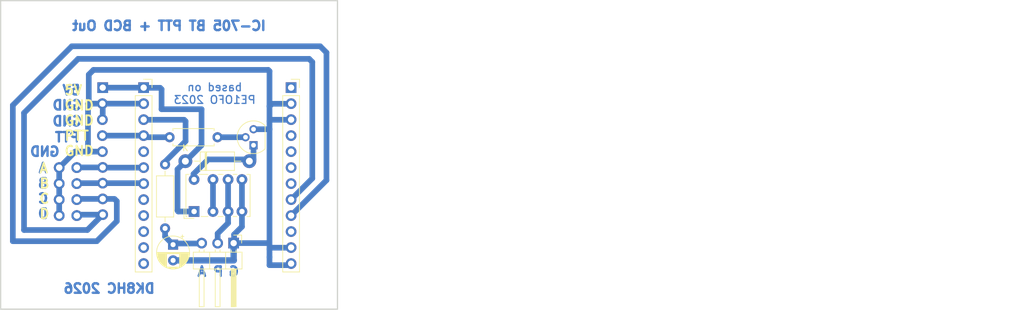
<source format=kicad_pcb>
(kicad_pcb (version 20241229) (generator "pcbnew") (generator_version "9.0")
  (layers (0 "F.Cu" signal) (2 "B.Cu" signal) (13 "F.Paste" user) (15 "B.Paste" user) (5 "F.SilkS" user "F.Silkscreen") (7 "B.SilkS" user "B.Silkscreen") (1 "F.Mask" user) (3 "B.Mask" user) (25 "Edge.Cuts" user))
  (net 0 "")
  (footprint "" (layer "F.Cu") (at 117.214 133.492)
    (property "Reference" "" (at 0 0 0) (layer "F.SilkS") (effects (font (size 1.27 1.27))))
    (property "Value" "")
    (pad "9" thru_hole oval (at 0 0) (size 1.7 1.7) (drill 1) (layers "*.Cu" "*.Mask"))
  )
  (footprint "" (layer "F.Cu") (at 117.162 118.402)
    (property "Reference" "" (at 0 0 0) (layer "F.SilkS") (effects (font (size 1.27 1.27))))
    (property "Value" "")
    (pad "3" thru_hole oval (at 0 0) (size 1.7 1.7) (drill 1) (layers "*.Cu" "*.Mask"))
  )
  (footprint "" (layer "F.Cu") (at 113.098 133.642)
    (property "Reference" "" (at 0 0 0) (layer "F.SilkS") (effects (font (size 1.27 1.27))))
    (property "Value" "")
    (pad "9" thru_hole oval (at 0 0) (size 1.7 1.7) (drill 1) (layers "*.Cu" "*.Mask"))
  )
  (footprint "" (layer "F.Cu") (at 117.214 125.992)
    (property "Reference" "" (at 0 0 0) (layer "F.SilkS") (effects (font (size 1.27 1.27))))
    (property "Value" "")
    (pad "6" thru_hole oval (at 0 0) (size 1.7 1.7) (drill 1) (layers "*.Cu" "*.Mask"))
  )
  (footprint "" (layer "F.Cu") (at 110.304 128.562)
    (property "Reference" "" (at 0 0 0) (layer "F.SilkS") (effects (font (size 1.27 1.27))))
    (property "Value" "")
    (pad "7" thru_hole oval (at 0 0) (size 1.7 1.7) (drill 1) (layers "*.Cu" "*.Mask"))
  )
  (footprint "MountingHole:MountingHole_2.7mm_M2.5_DIN965" (layer "F.Cu") (at 104 102.5)
    (property "Reference" "REF**" (hide yes))
    (property "Value" "MountingHole_2.7mm_M2.5_DIN965" (hide yes))
    (pad "" np_thru_hole circle (at 0 0) (size 2.7 2.7) (drill 2.7) (layers "*.Cu" "*.Mask"))
  )
  (footprint "" (layer "F.Cu") (at 110.304 133.642)
    (property "Reference" "" (at 0 0 0) (layer "F.SilkS") (effects (font (size 1.27 1.27))))
    (property "Value" "")
    (pad "9" thru_hole oval (at 0 0) (size 1.7 1.7) (drill 1) (layers "*.Cu" "*.Mask"))
  )
  (footprint "" (layer "F.Cu") (at 110.304 126.022)
    (property "Reference" "" (at 0 0 0) (layer "F.SilkS") (effects (font (size 1.27 1.27))))
    (property "Value" "")
    (pad "6" thru_hole oval (at 0 0) (size 1.7 1.7) (drill 1) (layers "*.Cu" "*.Mask"))
  )
  (footprint "Resistor_THT:R_Axial_DIN0207_L6.3mm_D2.5mm_P7.62mm_Horizontal" (layer "F.Cu") (at 127.83 121.196)
    (property "Reference" "1K" (hide yes))
    (property "Value" "R_Axial_DIN0207_L6.3mm_D2.5mm_P7.62mm_Horizontal" (hide yes))
    (fp_line (start 0.54 -1.37) (end 7.08 -1.37) (stroke (width 0.12)) (layer "F.SilkS"))
    (fp_line (start 0.54 -1.04) (end 0.54 -1.37) (stroke (width 0.12)) (layer "F.SilkS"))
    (fp_line (start 0.54 1.04) (end 0.54 1.37) (stroke (width 0.12)) (layer "F.SilkS"))
    (fp_line (start 0.54 1.37) (end 7.08 1.37) (stroke (width 0.12)) (layer "F.SilkS"))
    (fp_line (start 7.08 -1.37) (end 7.08 -1.04) (stroke (width 0.12)) (layer "F.SilkS"))
    (fp_line (start 7.08 1.37) (end 7.08 1.04) (stroke (width 0.12)) (layer "F.SilkS"))
    (pad "1" thru_hole circle (at 0 0) (size 1.6 1.6) (drill 0.8) (layers "*.Cu" "*.Mask"))
    (pad "2" thru_hole oval (at 7.62 0) (size 1.6 1.6) (drill 0.8) (layers "*.Cu" "*.Mask"))
  )
  (footprint "" (layer "F.Cu") (at 110.304 131.102)
    (property "Reference" "" (at 0 0 0) (layer "F.SilkS") (effects (font (size 1.27 1.27))))
    (property "Value" "")
    (pad "8" thru_hole oval (at 0 0) (size 1.7 1.7) (drill 1) (layers "*.Cu" "*.Mask"))
  )
  (footprint "MountingHole:MountingHole_2.7mm_M2.5_DIN965" (layer "F.Cu") (at 104 145.5)
    (property "Reference" "REF**" (hide yes))
    (property "Value" "MountingHole_2.7mm_M2.5_DIN965" (hide yes))
    (pad "" np_thru_hole circle (at 0 0) (size 2.7 2.7) (drill 2.7) (layers "*.Cu" "*.Mask"))
  )
  (footprint "" (layer "F.Cu") (at 117.214 130.992)
    (property "Reference" "" (at 0 0 0) (layer "F.SilkS") (effects (font (size 1.27 1.27))))
    (property "Value" "")
    (pad "8" thru_hole oval (at 0 0) (size 1.7 1.7) (drill 1) (layers "*.Cu" "*.Mask"))
  )
  (footprint "" (layer "F.Cu") (at 117.162 120.942)
    (property "Reference" "" (at 0 0 0) (layer "F.SilkS") (effects (font (size 1.27 1.27))))
    (property "Value" "")
    (pad "4" thru_hole oval (at 0 0) (size 1.7 1.7) (drill 1) (layers "*.Cu" "*.Mask"))
  )
  (footprint "Capacitor_THT:CP_Radial_D5.0mm_P2.50mm" (layer "F.Cu") (at 128.3888 138.254 -90)
    (property "Reference" "22uf" (hide yes))
    (property "Value" "CP_Radial_D5.0mm_P2.50mm" (hide yes))
    (fp_line (start 1.49 1.04) (end 1.49 2.569) (stroke (width 0.12)) (layer "F.SilkS"))
    (fp_line (start 1.53 1.04) (end 1.53 2.565) (stroke (width 0.12)) (layer "F.SilkS"))
    (fp_line (start 1.57 1.04) (end 1.57 2.561) (stroke (width 0.12)) (layer "F.SilkS"))
    (fp_line (start 1.61 1.04) (end 1.61 2.556) (stroke (width 0.12)) (layer "F.SilkS"))
    (fp_line (start 1.65 1.04) (end 1.65 2.55) (stroke (width 0.12)) (layer "F.SilkS"))
    (fp_line (start 1.69 1.04) (end 1.69 2.543) (stroke (width 0.12)) (layer "F.SilkS"))
    (fp_line (start 1.73 1.04) (end 1.73 2.536) (stroke (width 0.12)) (layer "F.SilkS"))
    (fp_line (start 1.77 1.04) (end 1.77 2.528) (stroke (width 0.12)) (layer "F.SilkS"))
    (fp_line (start 1.81 1.04) (end 1.81 2.52) (stroke (width 0.12)) (layer "F.SilkS"))
    (fp_line (start 1.85 1.04) (end 1.85 2.511) (stroke (width 0.12)) (layer "F.SilkS"))
    (fp_line (start 1.89 1.04) (end 1.89 2.501) (stroke (width 0.12)) (layer "F.SilkS"))
    (fp_line (start 1.93 1.04) (end 1.93 2.491) (stroke (width 0.12)) (layer "F.SilkS"))
    (fp_line (start 1.971 1.04) (end 1.971 2.48) (stroke (width 0.12)) (layer "F.SilkS"))
    (fp_line (start 2.011 1.04) (end 2.011 2.468) (stroke (width 0.12)) (layer "F.SilkS"))
    (fp_line (start 2.051 1.04) (end 2.051 2.455) (stroke (width 0.12)) (layer "F.SilkS"))
    (fp_line (start 2.091 1.04) (end 2.091 2.442) (stroke (width 0.12)) (layer "F.SilkS"))
    (fp_line (start 2.131 1.04) (end 2.131 2.428) (stroke (width 0.12)) (layer "F.SilkS"))
    (fp_line (start 2.171 1.04) (end 2.171 2.414) (stroke (width 0.12)) (layer "F.SilkS"))
    (fp_line (start 2.211 1.04) (end 2.211 2.398) (stroke (width 0.12)) (layer "F.SilkS"))
    (fp_line (start 2.251 1.04) (end 2.251 2.382) (stroke (width 0.12)) (layer "F.SilkS"))
    (fp_line (start 2.291 1.04) (end 2.291 2.365) (stroke (width 0.12)) (layer "F.SilkS"))
    (fp_line (start 2.331 1.04) (end 2.331 2.348) (stroke (width 0.12)) (layer "F.SilkS"))
    (fp_line (start 2.371 1.04) (end 2.371 2.329) (stroke (width 0.12)) (layer "F.SilkS"))
    (fp_line (start 2.411 1.04) (end 2.411 2.31) (stroke (width 0.12)) (layer "F.SilkS"))
    (fp_line (start 2.451 1.04) (end 2.451 2.29) (stroke (width 0.12)) (layer "F.SilkS"))
    (fp_line (start 2.491 1.04) (end 2.491 2.268) (stroke (width 0.12)) (layer "F.SilkS"))
    (fp_line (start 2.531 1.04) (end 2.531 2.247) (stroke (width 0.12)) (layer "F.SilkS"))
    (fp_line (start 2.571 1.04) (end 2.571 2.224) (stroke (width 0.12)) (layer "F.SilkS"))
    (fp_line (start 2.611 1.04) (end 2.611 2.2) (stroke (width 0.12)) (layer "F.SilkS"))
    (fp_line (start 2.651 1.04) (end 2.651 2.175) (stroke (width 0.12)) (layer "F.SilkS"))
    (fp_line (start 2.691 1.04) (end 2.691 2.149) (stroke (width 0.12)) (layer "F.SilkS"))
    (fp_line (start 2.731 1.04) (end 2.731 2.122) (stroke (width 0.12)) (layer "F.SilkS"))
    (fp_line (start 2.771 1.04) (end 2.771 2.095) (stroke (width 0.12)) (layer "F.SilkS"))
    (fp_line (start 2.811 1.04) (end 2.811 2.065) (stroke (width 0.12)) (layer "F.SilkS"))
    (fp_line (start 2.851 1.04) (end 2.851 2.035) (stroke (width 0.12)) (layer "F.SilkS"))
    (fp_line (start 2.891 1.04) (end 2.891 2.004) (stroke (width 0.12)) (layer "F.SilkS"))
    (fp_line (start 2.931 1.04) (end 2.931 1.971) (stroke (width 0.12)) (layer "F.SilkS"))
    (fp_line (start 2.971 1.04) (end 2.971 1.937) (stroke (width 0.12)) (layer "F.SilkS"))
    (fp_line (start 3.011 1.04) (end 3.011 1.901) (stroke (width 0.12)) (layer "F.SilkS"))
    (fp_line (start 3.051 1.04) (end 3.051 1.864) (stroke (width 0.12)) (layer "F.SilkS"))
    (fp_line (start 3.091 1.04) (end 3.091 1.826) (stroke (width 0.12)) (layer "F.SilkS"))
    (fp_line (start 3.131 1.04) (end 3.131 1.785) (stroke (width 0.12)) (layer "F.SilkS"))
    (fp_line (start 3.171 1.04) (end 3.171 1.743) (stroke (width 0.12)) (layer "F.SilkS"))
    (fp_line (start 3.211 1.04) (end 3.211 1.699) (stroke (width 0.12)) (layer "F.SilkS"))
    (fp_line (start 3.251 1.04) (end 3.251 1.653) (stroke (width 0.12)) (layer "F.SilkS"))
    (fp_line (start 3.291 1.04) (end 3.291 1.605) (stroke (width 0.12)) (layer "F.SilkS"))
    (fp_line (start 3.331 1.04) (end 3.331 1.554) (stroke (width 0.12)) (layer "F.SilkS"))
    (fp_line (start 3.371 1.04) (end 3.371 1.5) (stroke (width 0.12)) (layer "F.SilkS"))
    (fp_line (start 3.411 1.04) (end 3.411 1.443) (stroke (width 0.12)) (layer "F.SilkS"))
    (fp_line (start 3.451 1.04) (end 3.451 1.383) (stroke (width 0.12)) (layer "F.SilkS"))
    (fp_line (start 3.491 1.04) (end 3.491 1.319) (stroke (width 0.12)) (layer "F.SilkS"))
    (fp_line (start 3.531 1.04) (end 3.531 1.251) (stroke (width 0.12)) (layer "F.SilkS"))
    (fp_line (start 3.851 -0.284) (end 3.851 0.284) (stroke (width 0.12)) (layer "F.SilkS"))
    (fp_line (start 3.811 -0.518) (end 3.811 0.518) (stroke (width 0.12)) (layer "F.SilkS"))
    (fp_line (start 3.771 -0.677) (end 3.771 0.677) (stroke (width 0.12)) (layer "F.SilkS"))
    (fp_line (start 3.731 -0.805) (end 3.731 0.805) (stroke (width 0.12)) (layer "F.SilkS"))
    (fp_line (start 3.691 -0.915) (end 3.691 0.915) (stroke (width 0.12)) (layer "F.SilkS"))
    (fp_line (start 3.651 -1.011) (end 3.651 1.011) (stroke (width 0.12)) (layer "F.SilkS"))
    (fp_line (start 3.611 -1.098) (end 3.611 1.098) (stroke (width 0.12)) (layer "F.SilkS"))
    (fp_line (start 3.571 -1.178) (end 3.571 1.178) (stroke (width 0.12)) (layer "F.SilkS"))
    (fp_line (start 3.531 -1.251) (end 3.531 -1.04) (stroke (width 0.12)) (layer "F.SilkS"))
    (fp_line (start 3.491 -1.319) (end 3.491 -1.04) (stroke (width 0.12)) (layer "F.SilkS"))
    (fp_line (start 3.451 -1.383) (end 3.451 -1.04) (stroke (width 0.12)) (layer "F.SilkS"))
    (fp_line (start 3.411 -1.443) (end 3.411 -1.04) (stroke (width 0.12)) (layer "F.SilkS"))
    (fp_line (start -1.554775 -1.475) (end -1.054775 -1.475) (stroke (width 0.12)) (layer "F.SilkS"))
    (fp_line (start 3.371 -1.5) (end 3.371 -1.04) (stroke (width 0.12)) (layer "F.SilkS"))
    (fp_line (start 3.331 -1.554) (end 3.331 -1.04) (stroke (width 0.12)) (layer "F.SilkS"))
    (fp_line (start 3.291 -1.605) (end 3.291 -1.04) (stroke (width 0.12)) (layer "F.SilkS"))
    (fp_line (start 3.251 -1.653) (end 3.251 -1.04) (stroke (width 0.12)) (layer "F.SilkS"))
    (fp_line (start 3.211 -1.699) (end 3.211 -1.04) (stroke (width 0.12)) (layer "F.SilkS"))
    (fp_line (start -1.304775 -1.725) (end -1.304775 -1.225) (stroke (width 0.12)) (layer "F.SilkS"))
    (fp_line (start 3.171 -1.743) (end 3.171 -1.04) (stroke (width 0.12)) (layer "F.SilkS"))
    (fp_line (start 3.131 -1.785) (end 3.131 -1.04) (stroke (width 0.12)) (layer "F.SilkS"))
    (fp_line (start 3.091 -1.826) (end 3.091 -1.04) (stroke (width 0.12)) (layer "F.SilkS"))
    (fp_line (start 3.051 -1.864) (end 3.051 -1.04) (stroke (width 0.12)) (layer "F.SilkS"))
    (fp_line (start 3.011 -1.901) (end 3.011 -1.04) (stroke (width 0.12)) (layer "F.SilkS"))
    (fp_line (start 2.971 -1.937) (end 2.971 -1.04) (stroke (width 0.12)) (layer "F.SilkS"))
    (fp_line (start 2.931 -1.971) (end 2.931 -1.04) (stroke (width 0.12)) (layer "F.SilkS"))
    (fp_line (start 2.891 -2.004) (end 2.891 -1.04) (stroke (width 0.12)) (layer "F.SilkS"))
    (fp_line (start 2.851 -2.035) (end 2.851 -1.04) (stroke (width 0.12)) (layer "F.SilkS"))
    (fp_line (start 2.811 -2.065) (end 2.811 -1.04) (stroke (width 0.12)) (layer "F.SilkS"))
    (fp_line (start 2.771 -2.095) (end 2.771 -1.04) (stroke (width 0.12)) (layer "F.SilkS"))
    (fp_line (start 2.731 -2.122) (end 2.731 -1.04) (stroke (width 0.12)) (layer "F.SilkS"))
    (fp_line (start 2.691 -2.149) (end 2.691 -1.04) (stroke (width 0.12)) (layer "F.SilkS"))
    (fp_line (start 2.651 -2.175) (end 2.651 -1.04) (stroke (width 0.12)) (layer "F.SilkS"))
    (fp_line (start 2.611 -2.2) (end 2.611 -1.04) (stroke (width 0.12)) (layer "F.SilkS"))
    (fp_line (start 2.571 -2.224) (end 2.571 -1.04) (stroke (width 0.12)) (layer "F.SilkS"))
    (fp_line (start 2.531 -2.247) (end 2.531 -1.04) (stroke (width 0.12)) (layer "F.SilkS"))
    (fp_line (start 2.491 -2.268) (end 2.491 -1.04) (stroke (width 0.12)) (layer "F.SilkS"))
    (fp_line (start 2.451 -2.29) (end 2.451 -1.04) (stroke (width 0.12)) (layer "F.SilkS"))
    (fp_line (start 2.411 -2.31) (end 2.411 -1.04) (stroke (width 0.12)) (layer "F.SilkS"))
    (fp_line (start 2.371 -2.329) (end 2.371 -1.04) (stroke (width 0.12)) (layer "F.SilkS"))
    (fp_line (start 2.331 -2.348) (end 2.331 -1.04) (stroke (width 0.12)) (layer "F.SilkS"))
    (fp_line (start 2.291 -2.365) (end 2.291 -1.04) (stroke (width 0.12)) (layer "F.SilkS"))
    (fp_line (start 2.251 -2.382) (end 2.251 -1.04) (stroke (width 0.12)) (layer "F.SilkS"))
    (fp_line (start 2.211 -2.398) (end 2.211 -1.04) (stroke (width 0.12)) (layer "F.SilkS"))
    (fp_line (start 2.171 -2.414) (end 2.171 -1.04) (stroke (width 0.12)) (layer "F.SilkS"))
    (fp_line (start 2.131 -2.428) (end 2.131 -1.04) (stroke (width 0.12)) (layer "F.SilkS"))
    (fp_line (start 2.091 -2.442) (end 2.091 -1.04) (stroke (width 0.12)) (layer "F.SilkS"))
    (fp_line (start 2.051 -2.455) (end 2.051 -1.04) (stroke (width 0.12)) (layer "F.SilkS"))
    (fp_line (start 2.011 -2.468) (end 2.011 -1.04) (stroke (width 0.12)) (layer "F.SilkS"))
    (fp_line (start 1.971 -2.48) (end 1.971 -1.04) (stroke (width 0.12)) (layer "F.SilkS"))
    (fp_line (start 1.93 -2.491) (end 1.93 -1.04) (stroke (width 0.12)) (layer "F.SilkS"))
    (fp_line (start 1.89 -2.501) (end 1.89 -1.04) (stroke (width 0.12)) (layer "F.SilkS"))
    (fp_line (start 1.85 -2.511) (end 1.85 -1.04) (stroke (width 0.12)) (layer "F.SilkS"))
    (fp_line (start 1.81 -2.52) (end 1.81 -1.04) (stroke (width 0.12)) (layer "F.SilkS"))
    (fp_line (start 1.77 -2.528) (end 1.77 -1.04) (stroke (width 0.12)) (layer "F.SilkS"))
    (fp_line (start 1.73 -2.536) (end 1.73 -1.04) (stroke (width 0.12)) (layer "F.SilkS"))
    (fp_line (start 1.69 -2.543) (end 1.69 -1.04) (stroke (width 0.12)) (layer "F.SilkS"))
    (fp_line (start 1.65 -2.55) (end 1.65 -1.04) (stroke (width 0.12)) (layer "F.SilkS"))
    (fp_line (start 1.61 -2.556) (end 1.61 -1.04) (stroke (width 0.12)) (layer "F.SilkS"))
    (fp_line (start 1.57 -2.561) (end 1.57 -1.04) (stroke (width 0.12)) (layer "F.SilkS"))
    (fp_line (start 1.53 -2.565) (end 1.53 -1.04) (stroke (width 0.12)) (layer "F.SilkS"))
    (fp_line (start 1.49 -2.569) (end 1.49 -1.04) (stroke (width 0.12)) (layer "F.SilkS"))
    (fp_line (start 1.45 -2.573) (end 1.45 2.573) (stroke (width 0.12)) (layer "F.SilkS"))
    (fp_line (start 1.41 -2.576) (end 1.41 2.576) (stroke (width 0.12)) (layer "F.SilkS"))
    (fp_line (start 1.37 -2.578) (end 1.37 2.578) (stroke (width 0.12)) (layer "F.SilkS"))
    (fp_line (start 1.33 -2.579) (end 1.33 2.579) (stroke (width 0.12)) (layer "F.SilkS"))
    (fp_line (start 1.25 -2.58) (end 1.25 2.58) (stroke (width 0.12)) (layer "F.SilkS"))
    (fp_line (start 1.29 -2.58) (end 1.29 2.58) (stroke (width 0.12)) (layer "F.SilkS"))
    (fp_circle (center 1.25 0) (end 3.87 0) (stroke (width 0.12)) (fill no) (layer "F.SilkS"))
    (pad "1" thru_hole rect (at 0 0 270) (size 1.6 1.6) (drill 0.8) (layers "*.Cu" "*.Mask"))
    (pad "2" thru_hole circle (at 2.5 0 270) (size 1.6 1.6) (drill 0.8) (layers "*.Cu" "*.Mask"))
  )
  (footprint "Resistor_THT:R_Axial_DIN0207_L6.3mm_D2.5mm_P10.16mm_Horizontal" (layer "F.Cu") (at 127.1188 125.514 -90)
    (property "Reference" "4k7" (hide yes))
    (property "Value" "R_Axial_DIN0207_L6.3mm_D2.5mm_P10.16mm_Horizontal" (hide yes))
    (fp_line (start 1.81 1.37) (end 8.35 1.37) (stroke (width 0.12)) (layer "F.SilkS"))
    (fp_line (start 8.35 1.37) (end 8.35 -1.37) (stroke (width 0.12)) (layer "F.SilkS"))
    (fp_line (start 1.04 0) (end 1.81 0) (stroke (width 0.12)) (layer "F.SilkS"))
    (fp_line (start 9.12 0) (end 8.35 0) (stroke (width 0.12)) (layer "F.SilkS"))
    (fp_line (start 1.81 -1.37) (end 1.81 1.37) (stroke (width 0.12)) (layer "F.SilkS"))
    (fp_line (start 8.35 -1.37) (end 1.81 -1.37) (stroke (width 0.12)) (layer "F.SilkS"))
    (pad "1" thru_hole circle (at 0 0 270) (size 1.6 1.6) (drill 0.8) (layers "*.Cu" "*.Mask"))
    (pad "2" thru_hole oval (at 10.16 0 270) (size 1.6 1.6) (drill 0.8) (layers "*.Cu" "*.Mask"))
  )
  (footprint "Diode_THT:D_DO-41_SOD81_P10.16mm_Horizontal" (layer "F.Cu") (at 130.34 125)
    (property "Reference" "1N4007" (hide yes))
    (property "Value" "1N4007" (hide yes))
    (fp_line (start 1.34 0) (end 2.36 0) (stroke (width 0.12)) (layer "F.SilkS"))
    (fp_line (start 2.36 -1.47) (end 2.36 1.47) (stroke (width 0.12)) (layer "F.SilkS"))
    (fp_line (start 2.36 1.47) (end 7.8 1.47) (stroke (width 0.12)) (layer "F.SilkS"))
    (fp_line (start 3.14 -1.47) (end 3.14 1.47) (stroke (width 0.12)) (layer "F.SilkS"))
    (fp_line (start 3.26 -1.47) (end 3.26 1.47) (stroke (width 0.12)) (layer "F.SilkS"))
    (fp_line (start 3.38 -1.47) (end 3.38 1.47) (stroke (width 0.12)) (layer "F.SilkS"))
    (fp_line (start 7.8 -1.47) (end 2.36 -1.47) (stroke (width 0.12)) (layer "F.SilkS"))
    (fp_line (start 7.8 1.47) (end 7.8 -1.47) (stroke (width 0.12)) (layer "F.SilkS"))
    (fp_line (start 8.82 0) (end 7.8 0) (stroke (width 0.12)) (layer "F.SilkS"))
    (fp_text user "K" (at 0 -2.1 0) (layer "F.SilkS"))
    (pad "1" thru_hole circle (at 0 0) (size 2.2 2.2) (drill 1.1) (layers "*.Cu" "*.Mask"))
    (pad "2" thru_hole oval (at 10.16 0) (size 2.2 2.2) (drill 1.1) (layers "*.Cu" "*.Mask"))
  )
  (footprint "MountingHole:MountingHole_2.7mm_M2.5_DIN965" (layer "F.Cu") (at 151.5 102.5)
    (property "Reference" "REF**" (hide yes))
    (property "Value" "MountingHole_2.7mm_M2.5_DIN965" (hide yes))
    (pad "" np_thru_hole circle (at 0 0) (size 2.7 2.7) (drill 2.7) (layers "*.Cu" "*.Mask"))
  )
  (footprint "" (layer "F.Cu") (at 110.304 126.022)
    (property "Reference" "" (at 0 0 0) (layer "F.SilkS") (effects (font (size 1.27 1.27))))
    (property "Value" "")
    (pad "6" thru_hole oval (at 0 0) (size 1.7 1.7) (drill 1) (layers "*.Cu" "*.Mask"))
  )
  (footprint "" (layer "F.Cu") (at 113.098 126.022)
    (property "Reference" "" (at 0 0 0) (layer "F.SilkS") (effects (font (size 1.27 1.27))))
    (property "Value" "")
    (pad "6" thru_hole oval (at 0 0) (size 1.7 1.7) (drill 1) (layers "*.Cu" "*.Mask"))
  )
  (footprint "" (layer "F.Cu") (at 113.098 128.562)
    (property "Reference" "" (at 0 0 0) (layer "F.SilkS") (effects (font (size 1.27 1.27))))
    (property "Value" "")
    (pad "7" thru_hole oval (at 0 0) (size 1.7 1.7) (drill 1) (layers "*.Cu" "*.Mask"))
  )
  (footprint "" (layer "F.Cu") (at 113.098 131.102)
    (property "Reference" "" (at 0 0 0) (layer "F.SilkS") (effects (font (size 1.27 1.27))))
    (property "Value" "")
    (pad "8" thru_hole oval (at 0 0) (size 1.7 1.7) (drill 1) (layers "*.Cu" "*.Mask"))
  )
  (footprint "Relay_THT:Relay_DPDT_Omron_G6K-2P-Y" (layer "F.Cu") (at 131.7264 132.9918 90)
    (property "Reference" "HFD4/5" (hide yes))
    (property "Value" "Relay_DPDT_Omron_G6K-2P-Y" (hide yes))
    (fp_line (start -1.1 -1.6) (end 0.5 -1.6) (stroke (width 0.12)) (layer "F.SilkS"))
    (fp_line (start 5.9 -1.3) (end 5.9 -0.8) (stroke (width 0.12)) (layer "F.SilkS"))
    (fp_line (start -0.8 -1.3) (end 5.9 -1.3) (stroke (width 0.12)) (layer "F.SilkS"))
    (fp_line (start -0.8 -1.3) (end -0.8 -1.1) (stroke (width 0.12)) (layer "F.SilkS"))
    (fp_line (start -1.1 0) (end -1.1 -1.6) (stroke (width 0.12)) (layer "F.SilkS"))
    (fp_line (start 5.9 0.8) (end 5.9 2.2) (stroke (width 0.12)) (layer "F.SilkS"))
    (fp_line (start -0.8 2.2) (end -0.8 1.1) (stroke (width 0.12)) (layer "F.SilkS"))
    (fp_line (start 5.9 3.8) (end 5.9 4.6) (stroke (width 0.12)) (layer "F.SilkS"))
    (fp_line (start -0.8 4.6) (end -0.8 3.8) (stroke (width 0.12)) (layer "F.SilkS"))
    (fp_line (start 5.9 6.2) (end 5.9 6.8) (stroke (width 0.12)) (layer "F.SilkS"))
    (fp_line (start -0.8 6.8) (end -0.8 6.2) (stroke (width 0.12)) (layer "F.SilkS"))
    (fp_line (start 5.9 8.4) (end 5.9 8.9) (stroke (width 0.12)) (layer "F.SilkS"))
    (fp_line (start 5.9 8.9) (end -0.8 8.9) (stroke (width 0.12)) (layer "F.SilkS"))
    (fp_line (start -0.8 8.9) (end -0.8 8.4) (stroke (width 0.12)) (layer "F.SilkS"))
    (pad "1" thru_hole rect (at 0 0 90) (size 1.7 1.7) (drill 0.85) (layers "*.Cu" "*.Mask"))
    (pad "2" thru_hole circle (at 0 3 90) (size 1.7 1.7) (drill 0.85) (layers "*.Cu" "*.Mask"))
    (pad "3" thru_hole circle (at 0 5.4 90) (size 1.7 1.7) (drill 0.85) (layers "*.Cu" "*.Mask"))
    (pad "4" thru_hole circle (at 0 7.6 90) (size 1.7 1.7) (drill 0.85) (layers "*.Cu" "*.Mask"))
    (pad "5" thru_hole circle (at 5.08 7.6 90) (size 1.7 1.7) (drill 0.85) (layers "*.Cu" "*.Mask"))
    (pad "6" thru_hole circle (at 5.08 5.4 90) (size 1.7 1.7) (drill 0.85) (layers "*.Cu" "*.Mask"))
    (pad "7" thru_hole circle (at 5.08 3 90) (size 1.7 1.7) (drill 0.85) (layers "*.Cu" "*.Mask"))
    (pad "8" thru_hole circle (at 5.08 0 90) (size 1.7 1.7) (drill 0.85) (layers "*.Cu" "*.Mask"))
  )
  (footprint "Connector_PinSocket_2.54mm:PinSocket_1x12_P2.54mm_Vertical" (layer "F.Cu") (at 147.134 113.322)
    (property "Reference" "REF**" (hide yes))
    (property "Value" "PinSocket_1x12_P2.54mm_Vertical" (hide yes))
    (fp_line (start -1.33 1.27) (end -1.33 29.27) (stroke (width 0.12)) (layer "F.SilkS"))
    (fp_line (start -1.33 1.27) (end 1.33 1.27) (stroke (width 0.12)) (layer "F.SilkS"))
    (fp_line (start -1.33 29.27) (end 1.33 29.27) (stroke (width 0.12)) (layer "F.SilkS"))
    (fp_line (start 0 -1.33) (end 1.33 -1.33) (stroke (width 0.12)) (layer "F.SilkS"))
    (fp_line (start 1.33 -1.33) (end 1.33 0) (stroke (width 0.12)) (layer "F.SilkS"))
    (fp_line (start 1.33 1.27) (end 1.33 29.27) (stroke (width 0.12)) (layer "F.SilkS"))
    (pad "1" thru_hole rect (at 0 0) (size 1.7 1.7) (drill 1) (layers "*.Cu" "*.Mask"))
    (pad "2" thru_hole oval (at 0 2.54) (size 1.7 1.7) (drill 1) (layers "*.Cu" "*.Mask"))
    (pad "3" thru_hole oval (at 0 5.08) (size 1.7 1.7) (drill 1) (layers "*.Cu" "*.Mask"))
    (pad "4" thru_hole oval (at 0 7.62) (size 1.7 1.7) (drill 1) (layers "*.Cu" "*.Mask"))
    (pad "5" thru_hole oval (at 0 10.16) (size 1.7 1.7) (drill 1) (layers "*.Cu" "*.Mask"))
    (pad "6" thru_hole oval (at 0 12.7) (size 1.7 1.7) (drill 1) (layers "*.Cu" "*.Mask"))
    (pad "7" thru_hole oval (at 0 15.24) (size 1.7 1.7) (drill 1) (layers "*.Cu" "*.Mask"))
    (pad "8" thru_hole oval (at 0 17.78) (size 1.7 1.7) (drill 1) (layers "*.Cu" "*.Mask"))
    (pad "9" thru_hole oval (at 0 20.32) (size 1.7 1.7) (drill 1) (layers "*.Cu" "*.Mask"))
    (pad "10" thru_hole oval (at 0 22.86) (size 1.7 1.7) (drill 1) (layers "*.Cu" "*.Mask"))
    (pad "11" thru_hole oval (at 0 25.4) (size 1.7 1.7) (drill 1) (layers "*.Cu" "*.Mask"))
    (pad "12" thru_hole oval (at 0 27.94) (size 1.7 1.7) (drill 1) (layers "*.Cu" "*.Mask"))
  )
  (footprint "" (layer "F.Cu") (at 110.304 133.642)
    (property "Reference" "" (at 0 0 0) (layer "F.SilkS") (effects (font (size 1.27 1.27))))
    (property "Value" "")
    (pad "9" thru_hole oval (at 0 0) (size 1.7 1.7) (drill 1) (layers "*.Cu" "*.Mask"))
  )
  (footprint "" (layer "F.Cu") (at 117.214 128.492)
    (property "Reference" "" (at 0 0 0) (layer "F.SilkS") (effects (font (size 1.27 1.27))))
    (property "Value" "")
    (pad "7" thru_hole oval (at 0 0) (size 1.7 1.7) (drill 1) (layers "*.Cu" "*.Mask"))
  )
  (footprint "" (layer "F.Cu") (at 113.098 131.102)
    (property "Reference" "" (at 0 0 0) (layer "F.SilkS") (effects (font (size 1.27 1.27))))
    (property "Value" "")
    (pad "8" thru_hole oval (at 0 0) (size 1.7 1.7) (drill 1) (layers "*.Cu" "*.Mask"))
  )
  (footprint "" (layer "F.Cu") (at 110.304 131.102)
    (property "Reference" "" (at 0 0 0) (layer "F.SilkS") (effects (font (size 1.27 1.27))))
    (property "Value" "")
    (pad "8" thru_hole oval (at 0 0) (size 1.7 1.7) (drill 1) (layers "*.Cu" "*.Mask"))
  )
  (footprint "" (layer "F.Cu") (at 110.304 128.562)
    (property "Reference" "" (at 0 0 0) (layer "F.SilkS") (effects (font (size 1.27 1.27))))
    (property "Value" "")
    (pad "7" thru_hole oval (at 0 0) (size 1.7 1.7) (drill 1) (layers "*.Cu" "*.Mask"))
  )
  (footprint "Package_TO_SOT_THT:TO-92" (layer "F.Cu") (at 141.165 122.466 90)
    (property "Reference" "BC547" (hide yes))
    (property "Value" "TO-92" (hide yes))
    (fp_line (start -0.53 1.85) (end 3.07 1.85) (stroke (width 0.12)) (layer "F.SilkS"))
    (fp_arc (start 1.27 -2.6) (mid 3.672087 -0.994977) (end 3.108478 1.838478) (stroke (width 0.12)) (layer "F.SilkS"))
    (fp_arc (start -0.568478 1.838478) (mid -1.132087 -0.994977) (end 1.27 -2.6) (stroke (width 0.12)) (layer "F.SilkS"))
    (pad "1" thru_hole rect (at 0 0 90) (size 1.3 1.3) (drill 0.75) (layers "*.Cu" "*.Mask"))
    (pad "2" thru_hole circle (at 1.27 -1.27 90) (size 1.3 1.3) (drill 0.75) (layers "*.Cu" "*.Mask"))
    (pad "3" thru_hole circle (at 2.54 0 90) (size 1.3 1.3) (drill 0.75) (layers "*.Cu" "*.Mask"))
  )
  (footprint "Connector_PinHeader_2.54mm:PinHeader_1x03_P2.54mm_Horizontal" (layer "F.Cu") (at 138.0106 138.0148 -90)
    (property "Reference" "REF**" (hide yes))
    (property "Value" "PinHeader_1x03_P2.54mm_Horizontal" (hide yes))
    (fp_line (start 1.44 6.41) (end 4.1 6.41) (stroke (width 0.12)) (layer "F.SilkS"))
    (fp_line (start 4.1 6.41) (end 4.1 -1.33) (stroke (width 0.12)) (layer "F.SilkS"))
    (fp_line (start 1.042929 5.46) (end 1.44 5.46) (stroke (width 0.12)) (layer "F.SilkS"))
    (fp_line (start 10.1 5.46) (end 4.1 5.46) (stroke (width 0.12)) (layer "F.SilkS"))
    (fp_line (start 1.042929 4.7) (end 1.44 4.7) (stroke (width 0.12)) (layer "F.SilkS"))
    (fp_line (start 4.1 4.7) (end 10.1 4.7) (stroke (width 0.12)) (layer "F.SilkS"))
    (fp_line (start 10.1 4.7) (end 10.1 5.46) (stroke (width 0.12)) (layer "F.SilkS"))
    (fp_line (start 1.44 3.81) (end 4.1 3.81) (stroke (width 0.12)) (layer "F.SilkS"))
    (fp_line (start 1.042929 2.92) (end 1.44 2.92) (stroke (width 0.12)) (layer "F.SilkS"))
    (fp_line (start 10.1 2.92) (end 4.1 2.92) (stroke (width 0.12)) (layer "F.SilkS"))
    (fp_line (start 1.042929 2.16) (end 1.44 2.16) (stroke (width 0.12)) (layer "F.SilkS"))
    (fp_line (start 4.1 2.16) (end 10.1 2.16) (stroke (width 0.12)) (layer "F.SilkS"))
    (fp_line (start 10.1 2.16) (end 10.1 2.92) (stroke (width 0.12)) (layer "F.SilkS"))
    (fp_line (start 1.44 1.27) (end 4.1 1.27) (stroke (width 0.12)) (layer "F.SilkS"))
    (fp_line (start 1.11 0.38) (end 1.44 0.38) (stroke (width 0.12)) (layer "F.SilkS"))
    (fp_line (start 10.1 0.38) (end 4.1 0.38) (stroke (width 0.12)) (layer "F.SilkS"))
    (fp_line (start 4.1 0.28) (end 10.1 0.28) (stroke (width 0.12)) (layer "F.SilkS"))
    (fp_line (start 4.1 0.16) (end 10.1 0.16) (stroke (width 0.12)) (layer "F.SilkS"))
    (fp_line (start 4.1 0.04) (end 10.1 0.04) (stroke (width 0.12)) (layer "F.SilkS"))
    (fp_line (start -1.27 0) (end -1.27 -1.27) (stroke (width 0.12)) (layer "F.SilkS"))
    (fp_line (start 4.1 -0.08) (end 10.1 -0.08) (stroke (width 0.12)) (layer "F.SilkS"))
    (fp_line (start 4.1 -0.2) (end 10.1 -0.2) (stroke (width 0.12)) (layer "F.SilkS"))
    (fp_line (start 4.1 -0.32) (end 10.1 -0.32) (stroke (width 0.12)) (layer "F.SilkS"))
    (fp_line (start 1.11 -0.38) (end 1.44 -0.38) (stroke (width 0.12)) (layer "F.SilkS"))
    (fp_line (start 4.1 -0.38) (end 10.1 -0.38) (stroke (width 0.12)) (layer "F.SilkS"))
    (fp_line (start 10.1 -0.38) (end 10.1 0.38) (stroke (width 0.12)) (layer "F.SilkS"))
    (fp_line (start -1.27 -1.27) (end 0 -1.27) (stroke (width 0.12)) (layer "F.SilkS"))
    (fp_line (start 1.44 -1.33) (end 1.44 6.41) (stroke (width 0.12)) (layer "F.SilkS"))
    (fp_line (start 4.1 -1.33) (end 1.44 -1.33) (stroke (width 0.12)) (layer "F.SilkS"))
    (pad "1" thru_hole rect (at 0 0 270) (size 1.7 1.7) (drill 1) (layers "*.Cu" "*.Mask"))
    (pad "2" thru_hole oval (at 0 2.54 270) (size 1.7 1.7) (drill 1) (layers "*.Cu" "*.Mask"))
    (pad "3" thru_hole oval (at 0 5.08 270) (size 1.7 1.7) (drill 1) (layers "*.Cu" "*.Mask"))
  )
  (footprint "MountingHole:MountingHole_2.7mm_M2.5_DIN965" (layer "F.Cu") (at 151.5 145.5)
    (property "Reference" "REF**" (hide yes))
    (property "Value" "MountingHole_2.7mm_M2.5_DIN965" (hide yes))
    (pad "" np_thru_hole circle (at 0 0) (size 2.7 2.7) (drill 2.7) (layers "*.Cu" "*.Mask"))
  )
  (footprint "" (layer "F.Cu") (at 113.098 128.562)
    (property "Reference" "" (at 0 0 0) (layer "F.SilkS") (effects (font (size 1.27 1.27))))
    (property "Value" "")
    (pad "7" thru_hole oval (at 0 0) (size 1.7 1.7) (drill 1) (layers "*.Cu" "*.Mask"))
  )
  (footprint "" (layer "F.Cu") (at 117.162 123.482)
    (property "Reference" "" (at 0 0 0) (layer "F.SilkS") (effects (font (size 1.27 1.27))))
    (property "Value" "")
    (pad "5" thru_hole oval (at 0 0) (size 1.7 1.7) (drill 1) (layers "*.Cu" "*.Mask"))
  )
  (footprint "" (layer "F.Cu") (at 113.098 126.022)
    (property "Reference" "" (at 0 0 0) (layer "F.SilkS") (effects (font (size 1.27 1.27))))
    (property "Value" "")
    (pad "6" thru_hole oval (at 0 0) (size 1.7 1.7) (drill 1) (layers "*.Cu" "*.Mask"))
  )
  (footprint "" (layer "F.Cu") (at 117.214 113.322)
    (property "Reference" "" (at 0 0 0) (layer "F.SilkS") (effects (font (size 1.27 1.27))))
    (property "Value" "")
    (pad "1" thru_hole rect (at 0 0) (size 1.7 1.7) (drill 1) (layers "*.Cu" "*.Mask"))
  )
  (footprint "" (layer "F.Cu") (at 117.162 115.862)
    (property "Reference" "" (at 0 0 0) (layer "F.SilkS") (effects (font (size 1.27 1.27))))
    (property "Value" "")
    (pad "2" thru_hole oval (at 0 0) (size 1.7 1.7) (drill 1) (layers "*.Cu" "*.Mask"))
  )
  (footprint "" (layer "F.Cu") (at 113.098 133.642)
    (property "Reference" "" (at 0 0 0) (layer "F.SilkS") (effects (font (size 1.27 1.27))))
    (property "Value" "")
    (pad "9" thru_hole oval (at 0 0) (size 1.7 1.7) (drill 1) (layers "*.Cu" "*.Mask"))
  )
  (footprint "Connector_PinSocket_2.54mm:PinSocket_1x12_P2.54mm_Vertical" (layer "F.Cu") (at 123.7152 113.322)
    (property "Reference" "REF**" (hide yes))
    (property "Value" "PinSocket_1x12_P2.54mm_Vertical" (hide yes))
    (fp_line (start -1.33 1.27) (end -1.33 29.27) (stroke (width 0.12)) (layer "F.SilkS"))
    (fp_line (start -1.33 1.27) (end 1.33 1.27) (stroke (width 0.12)) (layer "F.SilkS"))
    (fp_line (start -1.33 29.27) (end 1.33 29.27) (stroke (width 0.12)) (layer "F.SilkS"))
    (fp_line (start 0 -1.33) (end 1.33 -1.33) (stroke (width 0.12)) (layer "F.SilkS"))
    (fp_line (start 1.33 -1.33) (end 1.33 0) (stroke (width 0.12)) (layer "F.SilkS"))
    (fp_line (start 1.33 1.27) (end 1.33 29.27) (stroke (width 0.12)) (layer "F.SilkS"))
    (pad "1" thru_hole rect (at 0 0) (size 1.7 1.7) (drill 1) (layers "*.Cu" "*.Mask"))
    (pad "2" thru_hole oval (at 0 2.54) (size 1.7 1.7) (drill 1) (layers "*.Cu" "*.Mask"))
    (pad "3" thru_hole oval (at 0 5.08) (size 1.7 1.7) (drill 1) (layers "*.Cu" "*.Mask"))
    (pad "4" thru_hole oval (at 0 7.62) (size 1.7 1.7) (drill 1) (layers "*.Cu" "*.Mask"))
    (pad "5" thru_hole oval (at 0 10.16) (size 1.7 1.7) (drill 1) (layers "*.Cu" "*.Mask"))
    (pad "6" thru_hole oval (at 0 12.7) (size 1.7 1.7) (drill 1) (layers "*.Cu" "*.Mask"))
    (pad "7" thru_hole oval (at 0 15.24) (size 1.7 1.7) (drill 1) (layers "*.Cu" "*.Mask"))
    (pad "8" thru_hole oval (at 0 17.78) (size 1.7 1.7) (drill 1) (layers "*.Cu" "*.Mask"))
    (pad "9" thru_hole oval (at 0 20.32) (size 1.7 1.7) (drill 1) (layers "*.Cu" "*.Mask"))
    (pad "10" thru_hole oval (at 0 22.86) (size 1.7 1.7) (drill 1) (layers "*.Cu" "*.Mask"))
    (pad "11" thru_hole oval (at 0 25.4) (size 1.7 1.7) (drill 1) (layers "*.Cu" "*.Mask"))
    (pad "12" thru_hole oval (at 0 27.94) (size 1.7 1.7) (drill 1) (layers "*.Cu" "*.Mask"))
  )
  (gr_rect (start 263.460112 99.695) (end 263.460112 99.695) (stroke (width 0.2)) (fill no) (layer "F.Cu"))
  (gr_rect (start 263.460112 99.695) (end 263.460112 99.695) (stroke (width 0.2)) (fill no) (layer "F.Cu"))
  (gr_rect (start 101 99.5) (end 154.5 148.5) (stroke (width 0.2)) (fill no) (layer "Edge.Cuts"))
  (gr_text "based on\nPE1OFO 2023" (at 135 114.25 0) (layer "B.Cu") (effects (font (size 1.25 1.25) (thickness 0.2)) (justify mirror)))
  (gr_text "GND\n" (at 111.574 118.656 0) (layer "B.Cu") (effects (font (size 1.5 1.5) (thickness 0.375)) (justify mirror)))
  (gr_text "DK8HC 2026" (at 118.237 145.222 0) (layer "B.Cu") (effects (font (size 1.5 1.5) (thickness 0.375)) (justify mirror)))
  (gr_text "A\nB\nC\nD" (at 107.737 129.722 0) (layer "B.Cu") (effects (font (size 1.5 1.5) (thickness 0.375)) (justify mirror)))
  (gr_text "G" (at 138.0408 142.532 0) (layer "B.Cu") (effects (font (size 1.5 1.5) (thickness 0.375)) (justify mirror)))
  (gr_text "GND\n" (at 111.574 116.116 0) (layer "B.Cu") (effects (font (size 1.5 1.5) (thickness 0.375)) (justify mirror)))
  (gr_text "GND\n" (at 108.018 123.482 0) (layer "B.Cu") (effects (font (size 1.5 1.5) (thickness 0.375)) (justify mirror)))
  (gr_text "P" (at 135.55305 142.532 0) (layer "B.Cu") (effects (font (size 1.5 1.5) (thickness 0.375)) (justify mirror)))
  (gr_text "5V" (at 112.237 113.722 0) (layer "B.Cu") (effects (font (size 1.5 1.5) (thickness 0.375)) (justify mirror)))
  (gr_text "PTT" (at 111.574 121.196 0) (layer "B.Cu") (effects (font (size 1.5 1.5) (thickness 0.375)) (justify mirror)))
  (gr_text "A" (at 132.9608 142.532 0) (layer "B.Cu") (effects (font (size 1.5 1.5) (thickness 0.375)) (justify mirror)))
  (gr_text "IC-705 BT PTT + BCD Out" (at 127.75 103.5 0) (layer "B.Cu") (effects (font (size 1.5 1.5) (thickness 0.375)) (justify mirror)))
  (gr_text "A\nB\nC\nD" (at 107 134.25 0) (layer "F.SilkS") (effects (font (size 1.5 1.5) (thickness 0.3) (bold yes)) (justify left bottom)))
  (gr_text "5V\nGND\nGND\nPTT\nGND" (at 111 124.25 0) (layer "F.SilkS") (effects (font (size 1.5 1.5) (thickness 0.3) (bold yes)) (justify left bottom)))
  (segment (start 117.384 113.322) (end 117.214 113.492) (width 0.2) (layer "F.Cu") (net 0))
  (segment (start 117.344 115.862) (end 117.214 115.992) (width 0.2) (layer "F.Cu") (net 0))
  (segment (start 127.1188 125.0822) (end 127.1188 125.514) (width 0.9) (layer "F.Cu") (net 0))
  (segment (start 113.248 133.492) (end 113.098 133.642) (width 0.9) (layer "F.Cu") (net 0))
  (segment (start 113.208 130.992) (end 113.098 131.102) (width 0.9) (layer "F.Cu") (net 0))
  (segment (start 113.128 125.992) (end 113.098 126.022) (width 0.2) (layer "F.Cu") (net 0))
  (segment (start 146.902 138.976) (end 147.134 138.744) (width 0.25) (layer "F.Cu") (net 0))
  (segment (start 123.998 121.196) (end 123.766 120.964) (width 0.25) (layer "F.Cu") (net 0))
  (segment (start 128.3888 138.254) (end 128.571 138.0718) (width 0.9) (layer "F.Cu") (net 0))
  (segment (start 147.134 131.124) (end 147.388 131.378) (width 1) (layer "F.Cu") (net 0))
  (segment (start 146.902 141.516) (end 147.134 141.284) (width 0.6) (layer "F.Cu") (net 0))
  (segment (start 117.214 118.35) (end 117.162 118.402) (width 0.2) (layer "F.Cu") (net 0))
  (segment (start 134.7264 132.9918) (end 134.714 133.0042) (width 0.9) (layer "F.Cu") (net 0))
  (segment (start 147.007 130.997) (end 147.134 131.124) (width 1) (layer "F.Cu") (net 0))
  (segment (start 117.244 126.022) (end 117.214 125.992) (width 0.2) (layer "F.Cu") (net 0))
  (segment (start 147.388 131.378) (end 147.642 131.124) (width 0.2) (layer "F.Cu") (net 0))
  (segment (start 113.168 128.492) (end 113.098 128.562) (width 0.9) (layer "F.Cu") (net 0))
  (segment (start 147.134 138.744) (end 147.261 138.617) (width 0.25) (layer "F.Cu") (net 0))
  (segment (start 114.876 123.482) (end 117.162 123.482) (width 0.9) (layer "B.Cu") (net 0))
  (segment (start 129.2524 132.9816) (end 129.1 132.8292) (width 0.9) (layer "B.Cu") (net 0))
  (segment (start 144.103 115.879) (end 143.705 116.277) (width 0.9) (layer "B.Cu") (net 0))
  (segment (start 117.214 130.992) (end 113.208 130.992) (width 0.9) (layer "B.Cu") (net 0))
  (segment (start 143.705 116.277) (end 143.705 118.656) (width 0.9) (layer "B.Cu") (net 0))
  (segment (start 119.448 131.356) (end 119.194 131.102) (width 0.9) (layer "B.Cu") (net 0))
  (segment (start 143.5 110.5) (end 115.75 110.5) (width 0.9) (layer "B.Cu") (net 0))
  (segment (start 141.165 124.722) (end 133.956 124.722) (width 0.9) (layer "B.Cu") (net 0))
  (segment (start 113.304986 108.75) (end 104.716 117.338986) (width 0.9) (layer "B.Cu") (net 0))
  (segment (start 123.7152 126.022) (end 117.244 126.022) (width 0.9) (layer "B.Cu") (net 0))
  (segment (start 117.162 115.862) (end 114.876 115.862) (width 0.9) (layer "B.Cu") (net 0))
  (segment (start 116.273 137.706) (end 119.448 134.531) (width 0.9) (layer "B.Cu") (net 0))
  (segment (start 110.304 131.102) (end 110.304 133.642) (width 0.9) (layer "B.Cu") (net 0))
  (segment (start 117.214 133.492) (end 113.248 133.492) (width 0.9) (layer "B.Cu") (net 0))
  (segment (start 126.56 116.751) (end 126.56 113.576) (width 0.9) (layer "B.Cu") (net 0))
  (segment (start 139.3264 132.9918) (end 139.3264 135.4044) (width 0.9) (layer "B.Cu") (net 0))
  (segment (start 147.134 118.424) (end 143.937 118.424) (width 0.9) (layer "B.Cu") (net 0))
  (segment (start 143.705 118.656) (end 143.705 119.926) (width 0.9) (layer "B.Cu") (net 0))
  (segment (start 123.7152 115.862) (end 117.344 115.862) (width 0.9) (layer "B.Cu") (net 0))
  (segment (start 126.56 113.576) (end 126.328 113.344) (width 0.9) (layer "B.Cu") (net 0))
  (segment (start 110.304 128.562) (end 110.304 131.102) (width 0.9) (layer "B.Cu") (net 0))
  (segment (start 143.705 140.246) (end 143.705 141.516) (width 0.9) (layer "B.Cu") (net 0))
  (segment (start 138.0764 136.6544) (end 138.0764 138.0718) (width 0.9) (layer "B.Cu") (net 0))
  (segment (start 143.942 138.739) (end 147.134 138.739) (width 0.9) (layer "B.Cu") (net 0))
  (segment (start 114.876 123.482) (end 112.844 123.482) (width 0.9) (layer "B.Cu") (net 0))
  (segment (start 137.1264 132.9918) (end 137.1264 134.8326) (width 0.9) (layer "B.Cu") (net 0))
  (segment (start 128.571 138.0718) (end 132.9964 138.0718) (width 0.9) (layer "B.Cu") (net 0))
  (segment (start 115.75 110.5) (end 115 111.25) (width 0.9) (layer "B.Cu") (net 0))
  (segment (start 141.165 122.466) (end 141.165 124.722) (width 0.9) (layer "B.Cu") (net 0))
  (segment (start 114.876 115.862) (end 114.876 123.482) (width 0.9) (layer "B.Cu") (net 0))
  (segment (start 123.7152 113.322) (end 117.384 113.322) (width 0.9) (layer "B.Cu") (net 0))
  (segment (start 119.084 130.992) (end 117.214 130.992) (width 0.9) (layer "B.Cu") (net 0))
  (segment (start 135.45 121.196) (end 139.895 121.196) (width 0.9) (layer "B.Cu") (net 0))
  (segment (start 117.214 128.492) (end 113.168 128.492) (width 0.9) (layer "B.Cu") (net 0))
  (segment (start 117.214 125.992) (end 113.128 125.992) (width 0.9) (layer "B.Cu") (net 0))
  (segment (start 110.304 126.022) (end 110.304 128.562) (width 0.9) (layer "B.Cu") (net 0))
  (segment (start 104.716 135.928) (end 114.778 135.928) (width 0.9) (layer "B.Cu") (net 0))
  (segment (start 150.5 109.25) (end 150 108.75) (width 0.9) (layer "B.Cu") (net 0))
  (segment (start 130.37 121.831) (end 127.1188 125.0822) (width 0.9) (layer "B.Cu") (net 0))
  (segment (start 102.938 137.706) (end 116.273 137.706) (width 0.9) (layer "B.Cu") (net 0))
  (segment (start 134.7264 127.9118) (end 134.7264 132.9918) (width 0.9) (layer "B.Cu") (net 0))
  (segment (start 144.103 115.879) (end 147.134 115.879) (width 0.9) (layer "B.Cu") (net 0))
  (segment (start 143.705 119.926) (end 143.705 138.976) (width 0.9) (layer "B.Cu") (net 0))
  (segment (start 127.1188 135.674) (end 127.1188 136.984) (width 0.9) (layer "B.Cu") (net 0))
  (segment (start 132.91 116.751) (end 126.56 116.751) (width 0.9) (layer "B.Cu") (net 0))
  (segment (start 126.328 113.344) (end 123.766 113.344) (width 0.9) (layer "B.Cu") (net 0))
  (segment (start 129.1 132.8292) (end 129.1 126.276) (width 0.9) (layer "B.Cu") (net 0))
  (segment (start 123.766 118.424) (end 130.138 118.424) (width 0.9) (layer "B.Cu") (net 0))
  (segment (start 135.4706 136.4884) (end 135.4706 138.0148) (width 0.9) (layer "B.Cu") (net 0))
  (segment (start 131.7264 132.9918) (end 129.1864 132.9918) (width 0.9) (layer "B.Cu") (net 0))
  (segment (start 147.134 131.102) (end 150.5 127.736) (width 0.9) (layer "B.Cu") (net 0))
  (segment (start 150 108.75) (end 113.304986 108.75) (width 0.9) (layer "B.Cu") (net 0))
  (segment (start 115 115.738) (end 114.876 115.862) (width 0.9) (layer "B.Cu") (net 0))
  (segment (start 114.778 135.928) (end 117.214 133.492) (width 0.9) (layer "B.Cu") (net 0))
  (segment (start 102.938 116.116) (end 102.938 137.706) (width 0.9) (layer "B.Cu") (net 0))
  (segment (start 152.75 128.026) (end 152.75 107.75) (width 0.9) (layer "B.Cu") (net 0))
  (segment (start 128.3888 140.754) (end 138.0408 140.754) (width 1) (layer "B.Cu") (net 0))
  (segment (start 147.134 133.642) (end 152.75 128.026) (width 0.9) (layer "B.Cu") (net 0))
  (segment (start 151.75 106.75) (end 112.304 106.75) (width 0.9) (layer "B.Cu") (net 0))
  (segment (start 139.3264 135.4044) (end 138.0764 136.6544) (width 0.9) (layer "B.Cu") (net 0))
  (segment (start 139.3264 127.9118) (end 139.3264 132.9918) (width 0.9) (layer "B.Cu") (net 0))
  (segment (start 112.844 123.482) (end 110.304 126.022) (width 0.9) (layer "B.Cu") (net 0))
  (segment (start 115 111.25) (end 115 115.738) (width 0.9) (layer "B.Cu") (net 0))
  (segment (start 123.714 128.492) (end 117.214 128.492) (width 0.9) (layer "B.Cu") (net 0))
  (segment (start 117.214 115.992) (end 117.214 118.35) (width 0.9) (layer "B.Cu") (net 0))
  (segment (start 130.37 118.656) (end 130.37 121.831) (width 0.9) (layer "B.Cu") (net 0))
  (segment (start 123.7152 120.942) (end 117.162 120.942) (width 0.9) (layer "B.Cu") (net 0))
  (segment (start 137.8249 138.0108) (end 143.5399 138.0108) (width 0.9) (layer "B.Cu") (net 0))
  (segment (start 130.138 118.424) (end 130.37 118.656) (width 0.9) (layer "B.Cu") (net 0))
  (segment (start 112.304 106.75) (end 102.938 116.116) (width 0.9) (layer "B.Cu") (net 0))
  (segment (start 143.705 138.976) (end 143.705 140.246) (width 0.9) (layer "B.Cu") (net 0))
  (segment (start 127.83 121.196) (end 123.998 121.196) (width 0.9) (layer "B.Cu") (net 0))
  (segment (start 129.1 126.276) (end 132.91 122.466) (width 0.9) (layer "B.Cu") (net 0))
  (segment (start 138.0106 140.7238) (end 138.0106 138.0148) (width 1) (layer "B.Cu") (net 0))
  (segment (start 141.165 119.926) (end 143.705 119.926) (width 0.9) (layer "B.Cu") (net 0))
  (segment (start 143.705 110.705) (end 143.5 110.5) (width 0.9) (layer "B.Cu") (net 0))
  (segment (start 143.705 141.516) (end 146.902 141.516) (width 0.9) (layer "B.Cu") (net 0))
  (segment (start 104.716 117.338986) (end 104.716 135.928) (width 0.9) (layer "B.Cu") (net 0))
  (segment (start 119.448 134.531) (end 119.448 131.356) (width 0.9) (layer "B.Cu") (net 0))
  (segment (start 143.705 116.277) (end 143.705 110.705) (width 0.9) (layer "B.Cu") (net 0))
  (segment (start 137.1264 134.8326) (end 135.4706 136.4884) (width 0.9) (layer "B.Cu") (net 0))
  (segment (start 137.1264 127.9118) (end 137.1264 132.9918) (width 0.9) (layer "B.Cu") (net 0))
  (segment (start 131.64 127.038) (end 131.64 128.181) (width 0.9) (layer "B.Cu") (net 0))
  (segment (start 133.956 124.722) (end 131.64 127.038) (width 0.9) (layer "B.Cu") (net 0))
  (segment (start 127.1188 136.984) (end 128.3888 138.254) (width 0.9) (layer "B.Cu") (net 0))
  (segment (start 152.75 107.75) (end 151.75 106.75) (width 0.9) (layer "B.Cu") (net 0))
  (segment (start 132.91 122.466) (end 132.91 116.751) (width 0.9) (layer "B.Cu") (net 0))
  (segment (start 150.5 127.736) (end 150.5 109.25) (width 0.9) (layer "B.Cu") (net 0))
)
</source>
